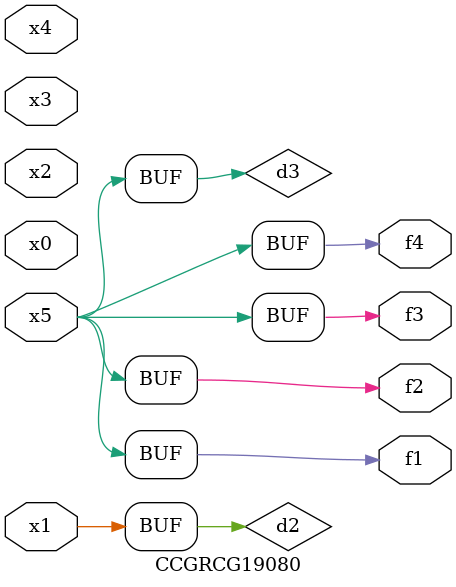
<source format=v>
module CCGRCG19080(
	input x0, x1, x2, x3, x4, x5,
	output f1, f2, f3, f4
);

	wire d1, d2, d3;

	not (d1, x5);
	or (d2, x1);
	xnor (d3, d1);
	assign f1 = d3;
	assign f2 = d3;
	assign f3 = d3;
	assign f4 = d3;
endmodule

</source>
